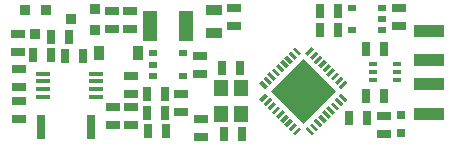
<source format=gtp>
G04 #@! TF.FileFunction,Paste,Top*
%FSLAX46Y46*%
G04 Gerber Fmt 4.6, Leading zero omitted, Abs format (unit mm)*
G04 Created by KiCad (PCBNEW (after 2015-jan-16 BZR unknown)-product) date 11/03/2015 00:06:46*
%MOMM*%
G01*
G04 APERTURE LIST*
%ADD10C,0.150000*%
%ADD11R,0.914400X0.914400*%
%ADD12R,0.762000X0.508000*%
%ADD13R,1.397000X0.889000*%
%ADD14R,1.143000X0.635000*%
%ADD15R,0.635000X1.143000*%
%ADD16R,0.660400X0.406400*%
%ADD17R,1.270000X2.540000*%
%ADD18R,1.270000X0.406400*%
%ADD19R,1.200000X1.400000*%
%ADD20R,0.910000X1.220000*%
%ADD21R,0.797560X0.797560*%
%ADD22R,0.800000X2.000000*%
%ADD23R,2.500000X1.000000*%
G04 APERTURE END LIST*
D10*
D11*
X77016000Y-40711000D03*
X77016000Y-42489000D03*
X74984000Y-41600000D03*
X71111000Y-40784000D03*
X72889000Y-40784000D03*
X72000000Y-42816000D03*
D12*
X81980000Y-44497500D03*
X81980000Y-46402500D03*
X84520000Y-44497500D03*
X81980000Y-45450000D03*
X84520000Y-46402500D03*
X101370000Y-42552500D03*
X101370000Y-40647500D03*
X98830000Y-42552500D03*
X101370000Y-41600000D03*
X98830000Y-40647500D03*
D13*
X87100000Y-40847500D03*
X87100000Y-42752500D03*
D14*
X70500000Y-42838000D03*
X70500000Y-44362000D03*
D15*
X97662000Y-42500000D03*
X96138000Y-42500000D03*
X97662000Y-40900000D03*
X96138000Y-40900000D03*
D14*
X102800000Y-40638000D03*
X102800000Y-42162000D03*
D15*
X98538000Y-50000000D03*
X100062000Y-50000000D03*
X100038000Y-48100000D03*
X101562000Y-48100000D03*
X100038000Y-44100000D03*
X101562000Y-44100000D03*
D14*
X78500000Y-40938000D03*
X78500000Y-42462000D03*
D15*
X81538000Y-51100000D03*
X83062000Y-51100000D03*
X73338000Y-43100000D03*
X74862000Y-43100000D03*
X81488000Y-49550000D03*
X83012000Y-49550000D03*
X83012000Y-47950000D03*
X81488000Y-47950000D03*
D14*
X84300000Y-49462000D03*
X84300000Y-47938000D03*
X80100000Y-46438000D03*
X80100000Y-47962000D03*
X88800000Y-40638000D03*
X88800000Y-42162000D03*
X85950000Y-46212000D03*
X85950000Y-44688000D03*
D16*
X100584000Y-45439600D03*
X100584000Y-46760400D03*
X100584000Y-46100000D03*
X102616000Y-46760400D03*
X102616000Y-45439600D03*
X102616000Y-46100000D03*
D10*
G36*
X90952334Y-48407107D02*
X91482664Y-47876777D01*
X91694796Y-48088909D01*
X91164466Y-48619239D01*
X90952334Y-48407107D01*
X90952334Y-48407107D01*
G37*
G36*
X91305888Y-48760660D02*
X91836218Y-48230330D01*
X92048350Y-48442462D01*
X91518020Y-48972792D01*
X91305888Y-48760660D01*
X91305888Y-48760660D01*
G37*
G36*
X91659441Y-49114214D02*
X92189771Y-48583884D01*
X92401903Y-48796016D01*
X91871573Y-49326346D01*
X91659441Y-49114214D01*
X91659441Y-49114214D01*
G37*
G36*
X92012994Y-49467767D02*
X92543324Y-48937437D01*
X92755456Y-49149569D01*
X92225126Y-49679899D01*
X92012994Y-49467767D01*
X92012994Y-49467767D01*
G37*
G36*
X92366548Y-49821320D02*
X92896878Y-49290990D01*
X93109010Y-49503122D01*
X92578680Y-50033452D01*
X92366548Y-49821320D01*
X92366548Y-49821320D01*
G37*
G36*
X92720101Y-50174874D02*
X93250431Y-49644544D01*
X93462563Y-49856676D01*
X92932233Y-50387006D01*
X92720101Y-50174874D01*
X92720101Y-50174874D01*
G37*
G36*
X93073654Y-50528427D02*
X93603984Y-49998097D01*
X93816116Y-50210229D01*
X93285786Y-50740559D01*
X93073654Y-50528427D01*
X93073654Y-50528427D01*
G37*
G36*
X93427208Y-50881980D02*
X93957538Y-50351650D01*
X94169670Y-50563782D01*
X93639340Y-51094112D01*
X93427208Y-50881980D01*
X93427208Y-50881980D01*
G37*
G36*
X93780761Y-51235534D02*
X94311091Y-50705204D01*
X94523223Y-50917336D01*
X93992893Y-51447666D01*
X93780761Y-51235534D01*
X93780761Y-51235534D01*
G37*
G36*
X94876777Y-50917336D02*
X95088909Y-50705204D01*
X95619239Y-51235534D01*
X95407107Y-51447666D01*
X94876777Y-50917336D01*
X94876777Y-50917336D01*
G37*
G36*
X95230330Y-50563782D02*
X95442462Y-50351650D01*
X95972792Y-50881980D01*
X95760660Y-51094112D01*
X95230330Y-50563782D01*
X95230330Y-50563782D01*
G37*
G36*
X95583884Y-50210229D02*
X95796016Y-49998097D01*
X96326346Y-50528427D01*
X96114214Y-50740559D01*
X95583884Y-50210229D01*
X95583884Y-50210229D01*
G37*
G36*
X95937437Y-49856676D02*
X96149569Y-49644544D01*
X96679899Y-50174874D01*
X96467767Y-50387006D01*
X95937437Y-49856676D01*
X95937437Y-49856676D01*
G37*
G36*
X96290990Y-49503122D02*
X96503122Y-49290990D01*
X97033452Y-49821320D01*
X96821320Y-50033452D01*
X96290990Y-49503122D01*
X96290990Y-49503122D01*
G37*
G36*
X96644544Y-49149569D02*
X96856676Y-48937437D01*
X97387006Y-49467767D01*
X97174874Y-49679899D01*
X96644544Y-49149569D01*
X96644544Y-49149569D01*
G37*
G36*
X96998097Y-48796016D02*
X97210229Y-48583884D01*
X97740559Y-49114214D01*
X97528427Y-49326346D01*
X96998097Y-48796016D01*
X96998097Y-48796016D01*
G37*
G36*
X97351650Y-48442462D02*
X97563782Y-48230330D01*
X98094112Y-48760660D01*
X97881980Y-48972792D01*
X97351650Y-48442462D01*
X97351650Y-48442462D01*
G37*
G36*
X97705204Y-48088909D02*
X97917336Y-47876777D01*
X98447666Y-48407107D01*
X98235534Y-48619239D01*
X97705204Y-48088909D01*
X97705204Y-48088909D01*
G37*
G36*
X97705204Y-47311091D02*
X98235534Y-46780761D01*
X98447666Y-46992893D01*
X97917336Y-47523223D01*
X97705204Y-47311091D01*
X97705204Y-47311091D01*
G37*
G36*
X97351650Y-46957538D02*
X97881980Y-46427208D01*
X98094112Y-46639340D01*
X97563782Y-47169670D01*
X97351650Y-46957538D01*
X97351650Y-46957538D01*
G37*
G36*
X96998097Y-46603984D02*
X97528427Y-46073654D01*
X97740559Y-46285786D01*
X97210229Y-46816116D01*
X96998097Y-46603984D01*
X96998097Y-46603984D01*
G37*
G36*
X96644544Y-46250431D02*
X97174874Y-45720101D01*
X97387006Y-45932233D01*
X96856676Y-46462563D01*
X96644544Y-46250431D01*
X96644544Y-46250431D01*
G37*
G36*
X96290990Y-45896878D02*
X96821320Y-45366548D01*
X97033452Y-45578680D01*
X96503122Y-46109010D01*
X96290990Y-45896878D01*
X96290990Y-45896878D01*
G37*
G36*
X95937437Y-45543324D02*
X96467767Y-45012994D01*
X96679899Y-45225126D01*
X96149569Y-45755456D01*
X95937437Y-45543324D01*
X95937437Y-45543324D01*
G37*
G36*
X95583884Y-45189771D02*
X96114214Y-44659441D01*
X96326346Y-44871573D01*
X95796016Y-45401903D01*
X95583884Y-45189771D01*
X95583884Y-45189771D01*
G37*
G36*
X95230330Y-44836218D02*
X95760660Y-44305888D01*
X95972792Y-44518020D01*
X95442462Y-45048350D01*
X95230330Y-44836218D01*
X95230330Y-44836218D01*
G37*
G36*
X94876777Y-44482664D02*
X95407107Y-43952334D01*
X95619239Y-44164466D01*
X95088909Y-44694796D01*
X94876777Y-44482664D01*
X94876777Y-44482664D01*
G37*
G36*
X93780761Y-44164466D02*
X93992893Y-43952334D01*
X94523223Y-44482664D01*
X94311091Y-44694796D01*
X93780761Y-44164466D01*
X93780761Y-44164466D01*
G37*
G36*
X93427208Y-44518020D02*
X93639340Y-44305888D01*
X94169670Y-44836218D01*
X93957538Y-45048350D01*
X93427208Y-44518020D01*
X93427208Y-44518020D01*
G37*
G36*
X93073654Y-44871573D02*
X93285786Y-44659441D01*
X93816116Y-45189771D01*
X93603984Y-45401903D01*
X93073654Y-44871573D01*
X93073654Y-44871573D01*
G37*
G36*
X92720101Y-45225126D02*
X92932233Y-45012994D01*
X93462563Y-45543324D01*
X93250431Y-45755456D01*
X92720101Y-45225126D01*
X92720101Y-45225126D01*
G37*
G36*
X92366548Y-45578680D02*
X92578680Y-45366548D01*
X93109010Y-45896878D01*
X92896878Y-46109010D01*
X92366548Y-45578680D01*
X92366548Y-45578680D01*
G37*
G36*
X92012994Y-45932233D02*
X92225126Y-45720101D01*
X92755456Y-46250431D01*
X92543324Y-46462563D01*
X92012994Y-45932233D01*
X92012994Y-45932233D01*
G37*
G36*
X91659441Y-46285786D02*
X91871573Y-46073654D01*
X92401903Y-46603984D01*
X92189771Y-46816116D01*
X91659441Y-46285786D01*
X91659441Y-46285786D01*
G37*
G36*
X91305888Y-46639340D02*
X91518020Y-46427208D01*
X92048350Y-46957538D01*
X91836218Y-47169670D01*
X91305888Y-46639340D01*
X91305888Y-46639340D01*
G37*
G36*
X90952334Y-46992893D02*
X91164466Y-46780761D01*
X91694796Y-47311091D01*
X91482664Y-47523223D01*
X90952334Y-46992893D01*
X90952334Y-46992893D01*
G37*
G36*
X91942284Y-47700000D02*
X94700000Y-44942284D01*
X97457716Y-47700000D01*
X94700000Y-50457716D01*
X91942284Y-47700000D01*
X91942284Y-47700000D01*
G37*
D17*
X84774000Y-42150000D03*
X81726000Y-42150000D03*
D14*
X78600000Y-50562000D03*
X78600000Y-49038000D03*
X80100000Y-49038000D03*
X80100000Y-50562000D03*
D15*
X73362000Y-44600000D03*
X71838000Y-44600000D03*
D14*
X70600000Y-47362000D03*
X70600000Y-45838000D03*
X70600000Y-48538000D03*
X70600000Y-50062000D03*
D15*
X89362000Y-45700000D03*
X87838000Y-45700000D03*
D14*
X80000000Y-42462000D03*
X80000000Y-40938000D03*
D18*
X72677500Y-46222100D03*
X72677500Y-46869800D03*
X72677500Y-47530200D03*
X72677500Y-48177900D03*
X77122500Y-48177900D03*
X77122500Y-47530200D03*
X77122500Y-46869800D03*
X77122500Y-46222100D03*
D19*
X89450000Y-49600000D03*
X89450000Y-47400000D03*
X87750000Y-47400000D03*
X87750000Y-49600000D03*
D15*
X89462000Y-51300000D03*
X87938000Y-51300000D03*
D20*
X77415000Y-44450000D03*
X80685000Y-44450000D03*
D14*
X101500000Y-49838000D03*
X101500000Y-51362000D03*
D21*
X103000000Y-49750700D03*
X103000000Y-51249300D03*
D15*
X76062000Y-44700000D03*
X74538000Y-44700000D03*
D14*
X86000000Y-50038000D03*
X86000000Y-51562000D03*
D22*
X72500000Y-50700000D03*
X76700000Y-50700000D03*
D23*
X105300000Y-45100000D03*
X105300000Y-42600000D03*
X105300000Y-47100000D03*
X105300000Y-49600000D03*
M02*

</source>
